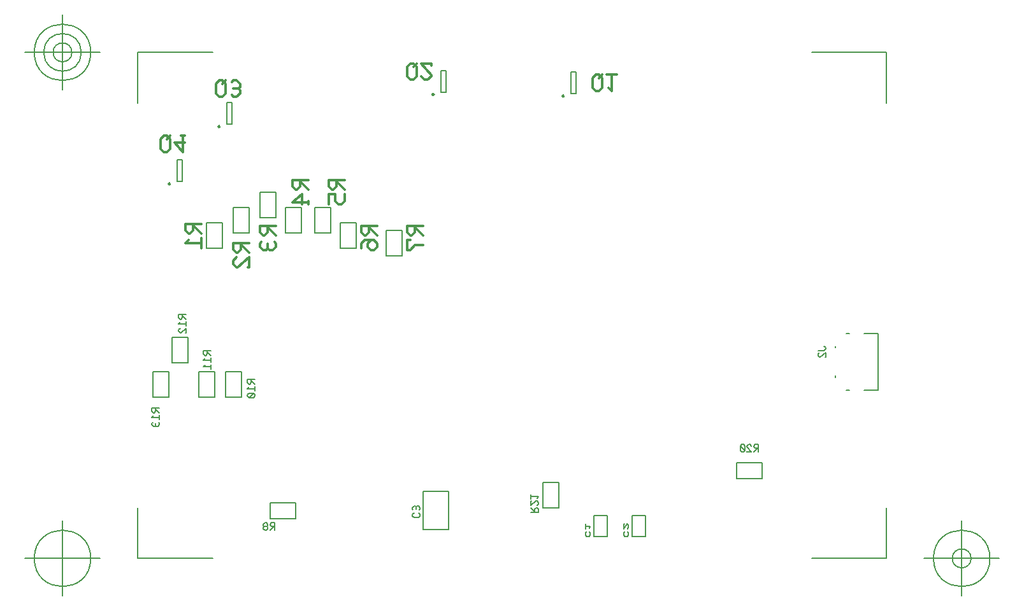
<source format=gbr>
G04 Generated by Ultiboard 14.0 *
%FSLAX34Y34*%
%MOMM*%

%ADD10C,0.0001*%
%ADD11C,0.2032*%
%ADD12C,0.3333*%
%ADD13C,0.2000*%
%ADD14C,0.2500*%
%ADD15C,0.1778*%
%ADD16C,0.1556*%
%ADD17C,0.1270*%


G04 ColorRGB FF14FF for the following layer *
%LNSilkscreen Bottom*%
%LPD*%
G54D10*
G54D11*
X46560Y339365D02*
X36560Y339365D01*
X36560Y335383D01*
X38560Y333392D01*
X39560Y333392D01*
X41560Y335383D01*
X41560Y339365D01*
X41560Y338369D02*
X46560Y333392D01*
X38560Y329410D02*
X36560Y327419D01*
X46560Y327419D01*
X46560Y330405D02*
X46560Y324432D01*
X38560Y320450D02*
X36560Y318459D01*
X46560Y318459D01*
X46560Y321446D02*
X46560Y315473D01*
X51223Y277707D02*
X51223Y311573D01*
X30057Y311573D02*
X30057Y277707D01*
X51223Y311573D02*
X30057Y311573D01*
X30057Y277707D02*
X51223Y277707D01*
X471600Y124751D02*
X481600Y124751D01*
X481600Y128733D01*
X479600Y130724D01*
X478600Y130724D01*
X476600Y128733D01*
X476600Y124751D01*
X476600Y125747D02*
X471600Y130724D01*
X479600Y133710D02*
X481600Y135701D01*
X481600Y137692D01*
X479600Y139683D01*
X478600Y139683D01*
X471600Y133710D01*
X471600Y139683D01*
X472600Y139683D01*
X479600Y143665D02*
X481600Y145656D01*
X471600Y145656D01*
X471600Y142670D02*
X471600Y148643D01*
X487257Y164253D02*
X487257Y130387D01*
X508423Y130387D02*
X508423Y164253D01*
X487257Y130387D02*
X508423Y130387D01*
X508423Y164253D02*
X487257Y164253D01*
X773705Y204900D02*
X773705Y214900D01*
X769723Y214900D01*
X767732Y212900D01*
X767732Y211900D01*
X769723Y209900D01*
X773705Y209900D01*
X772709Y209900D02*
X767732Y204900D01*
X764745Y212900D02*
X762754Y214900D01*
X760763Y214900D01*
X758772Y212900D01*
X758772Y211900D01*
X764745Y204900D01*
X758772Y204900D01*
X758772Y205900D01*
X755786Y212900D02*
X753795Y214900D01*
X751804Y214900D01*
X749813Y212900D01*
X749813Y206900D01*
X751804Y204900D01*
X753795Y204900D01*
X755786Y206900D01*
X755786Y212900D01*
X749813Y212900D02*
X755786Y206900D01*
X745067Y169417D02*
X778933Y169417D01*
X778933Y190583D02*
X745067Y190583D01*
X778933Y169417D02*
X778933Y190583D01*
X745067Y190583D02*
X745067Y169417D01*
X104980Y301265D02*
X94980Y301265D01*
X94980Y297283D01*
X96980Y295292D01*
X97980Y295292D01*
X99980Y297283D01*
X99980Y301265D01*
X99980Y300269D02*
X104980Y295292D01*
X96980Y291310D02*
X94980Y289319D01*
X104980Y289319D01*
X104980Y292305D02*
X104980Y286332D01*
X96980Y283346D02*
X94980Y281355D01*
X94980Y279364D01*
X96980Y277373D01*
X102980Y277373D01*
X104980Y279364D01*
X104980Y281355D01*
X102980Y283346D01*
X96980Y283346D01*
X96980Y277373D02*
X102980Y283346D01*
X86783Y277707D02*
X86783Y311573D01*
X65617Y311573D02*
X65617Y277707D01*
X86783Y311573D02*
X65617Y311573D01*
X65617Y277707D02*
X86783Y277707D01*
X61383Y475827D02*
X61383Y509693D01*
X40217Y509693D02*
X40217Y475827D01*
X61383Y509693D02*
X40217Y509693D01*
X40217Y475827D02*
X61383Y475827D01*
X166583Y496147D02*
X166583Y530013D01*
X145417Y530013D02*
X145417Y496147D01*
X166583Y530013D02*
X145417Y530013D01*
X145417Y496147D02*
X166583Y496147D01*
X205583Y496147D02*
X205583Y530013D01*
X184417Y530013D02*
X184417Y496147D01*
X205583Y530013D02*
X184417Y530013D01*
X184417Y496147D02*
X205583Y496147D01*
X96943Y496147D02*
X96943Y530013D01*
X75777Y530013D02*
X75777Y496147D01*
X96943Y530013D02*
X75777Y530013D01*
X75777Y496147D02*
X96943Y496147D01*
X132503Y516467D02*
X132503Y550333D01*
X111337Y550333D02*
X111337Y516467D01*
X132503Y550333D02*
X111337Y550333D01*
X111337Y516467D02*
X132503Y516467D01*
X239183Y475827D02*
X239183Y509693D01*
X218017Y509693D02*
X218017Y475827D01*
X239183Y509693D02*
X218017Y509693D01*
X218017Y475827D02*
X239183Y475827D01*
X300143Y465667D02*
X300143Y499533D01*
X278977Y499533D02*
X278977Y465667D01*
X300143Y499533D02*
X278977Y499533D01*
X278977Y465667D02*
X300143Y465667D01*
X131085Y100760D02*
X131085Y110760D01*
X127103Y110760D01*
X125112Y108760D01*
X125112Y107760D01*
X127103Y105760D01*
X131085Y105760D01*
X130089Y105760D02*
X125112Y100760D01*
X118143Y100760D02*
X120134Y100760D01*
X122125Y102760D01*
X122125Y104760D01*
X121130Y105760D01*
X122125Y106760D01*
X122125Y108760D01*
X120134Y110760D01*
X118143Y110760D01*
X116152Y108760D01*
X116152Y106760D01*
X117148Y105760D01*
X116152Y104760D01*
X116152Y102760D01*
X118143Y100760D01*
X121130Y105760D02*
X117148Y105760D01*
X125307Y116417D02*
X159173Y116417D01*
X159173Y137583D02*
X125307Y137583D01*
X159173Y116417D02*
X159173Y137583D01*
X125307Y137583D02*
X125307Y116417D01*
X545465Y99342D02*
X544195Y97084D01*
X544195Y94827D01*
X545465Y92569D01*
X549275Y92569D01*
X550545Y94827D01*
X550545Y97084D01*
X549275Y99342D01*
X549275Y103858D02*
X550545Y106116D01*
X544195Y106116D01*
X544195Y102729D02*
X544195Y109502D01*
X596265Y99342D02*
X594995Y97084D01*
X594995Y94827D01*
X596265Y92569D01*
X600075Y92569D01*
X601345Y94827D01*
X601345Y97084D01*
X600075Y99342D01*
X600075Y102729D02*
X601345Y104987D01*
X601345Y107244D01*
X600075Y109502D01*
X599440Y109502D01*
X594995Y102729D01*
X594995Y109502D01*
X595630Y109502D01*
X316120Y123808D02*
X314120Y121817D01*
X314120Y119826D01*
X316120Y117835D01*
X322120Y117835D01*
X324120Y119826D01*
X324120Y121817D01*
X322120Y123808D01*
X323120Y127790D02*
X324120Y128786D01*
X324120Y130777D01*
X322120Y132768D01*
X320120Y132768D01*
X319120Y131772D01*
X318120Y132768D01*
X316120Y132768D01*
X314120Y130777D01*
X314120Y128786D01*
X315120Y127790D01*
X319120Y128786D02*
X319120Y131772D01*
X328507Y152400D02*
X328507Y101600D01*
X362373Y101600D02*
X362373Y152400D01*
X328507Y101600D02*
X362373Y101600D01*
X362373Y152400D02*
X328507Y152400D01*
X932490Y362620D02*
X932490Y287620D01*
X914490Y362620D02*
X932490Y362620D01*
X890740Y362620D02*
X894490Y362620D01*
X876490Y343620D02*
X876490Y345620D01*
X932490Y287620D02*
X914490Y287620D01*
X890740Y287620D02*
X894490Y287620D01*
X876490Y306620D02*
X876490Y304620D01*
X13540Y387625D02*
X3540Y387625D01*
X3540Y383643D01*
X5540Y381652D01*
X6540Y381652D01*
X8540Y383643D01*
X8540Y387625D01*
X8540Y386629D02*
X13540Y381652D01*
X5540Y377670D02*
X3540Y375679D01*
X13540Y375679D01*
X13540Y378665D02*
X13540Y372692D01*
X5540Y369706D02*
X3540Y367715D01*
X3540Y365724D01*
X5540Y363733D01*
X6540Y363733D01*
X13540Y369706D01*
X13540Y363733D01*
X12540Y363733D01*
X15663Y323427D02*
X15663Y357293D01*
X-5503Y357293D02*
X-5503Y323427D01*
X15663Y357293D02*
X-5503Y357293D01*
X-5503Y323427D02*
X15663Y323427D01*
X-22020Y263165D02*
X-32020Y263165D01*
X-32020Y259183D01*
X-30020Y257192D01*
X-29020Y257192D01*
X-27020Y259183D01*
X-27020Y263165D01*
X-27020Y262169D02*
X-22020Y257192D01*
X-30020Y253210D02*
X-32020Y251219D01*
X-22020Y251219D01*
X-22020Y254205D02*
X-22020Y248232D01*
X-31020Y244250D02*
X-32020Y243255D01*
X-32020Y241264D01*
X-30020Y239273D01*
X-28020Y239273D01*
X-27020Y240268D01*
X-26020Y239273D01*
X-24020Y239273D01*
X-22020Y241264D01*
X-22020Y243255D01*
X-23020Y244250D01*
X-27020Y243255D02*
X-27020Y240268D01*
X-9737Y277707D02*
X-9737Y311573D01*
X-30903Y311573D02*
X-30903Y277707D01*
X-9737Y311573D02*
X-30903Y311573D01*
X-30903Y277707D02*
X-9737Y277707D01*
G54D12*
X33731Y508407D02*
X12303Y508407D01*
X12303Y499873D01*
X16589Y495607D01*
X18731Y495607D01*
X23017Y499873D01*
X23017Y508407D01*
X23017Y506273D02*
X33731Y495607D01*
X16589Y487073D02*
X12303Y482807D01*
X33731Y482807D01*
X33731Y489207D02*
X33731Y476407D01*
X175971Y566827D02*
X154543Y566827D01*
X154543Y558293D01*
X158829Y554027D01*
X160971Y554027D01*
X165257Y558293D01*
X165257Y566827D01*
X165257Y564693D02*
X175971Y554027D01*
X167400Y534827D02*
X167400Y547627D01*
X154543Y536960D01*
X175971Y536960D01*
X175971Y539093D02*
X175971Y534827D01*
X224231Y566827D02*
X202803Y566827D01*
X202803Y558293D01*
X207089Y554027D01*
X209231Y554027D01*
X213517Y558293D01*
X213517Y566827D01*
X213517Y564693D02*
X224231Y554027D01*
X202803Y534827D02*
X202803Y547627D01*
X211374Y547627D01*
X211374Y539093D01*
X215660Y534827D01*
X219946Y534827D01*
X224231Y539093D01*
X224231Y547627D01*
X97231Y483007D02*
X75803Y483007D01*
X75803Y474473D01*
X80089Y470207D01*
X82231Y470207D01*
X86517Y474473D01*
X86517Y483007D01*
X86517Y480873D02*
X97231Y470207D01*
X80089Y463807D02*
X75803Y459540D01*
X75803Y455273D01*
X80089Y451007D01*
X82231Y451007D01*
X97231Y463807D01*
X97231Y451007D01*
X95089Y451007D01*
X132791Y505867D02*
X111363Y505867D01*
X111363Y497333D01*
X115649Y493067D01*
X117791Y493067D01*
X122077Y497333D01*
X122077Y505867D01*
X122077Y503733D02*
X132791Y493067D01*
X113506Y484533D02*
X111363Y482400D01*
X111363Y478133D01*
X115649Y473867D01*
X119934Y473867D01*
X122077Y476000D01*
X124220Y473867D01*
X128506Y473867D01*
X132791Y478133D01*
X132791Y482400D01*
X130649Y484533D01*
X122077Y482400D02*
X122077Y476000D01*
X267411Y505867D02*
X245983Y505867D01*
X245983Y497333D01*
X250269Y493067D01*
X252411Y493067D01*
X256697Y497333D01*
X256697Y505867D01*
X256697Y503733D02*
X267411Y493067D01*
X245983Y476000D02*
X245983Y482400D01*
X250269Y486667D01*
X258840Y486667D01*
X263126Y486667D01*
X267411Y482400D01*
X267411Y478133D01*
X263126Y473867D01*
X258840Y473867D01*
X254554Y478133D01*
X254554Y482400D01*
X258840Y486667D01*
X328371Y505867D02*
X306943Y505867D01*
X306943Y497333D01*
X311229Y493067D01*
X313371Y493067D01*
X317657Y497333D01*
X317657Y505867D01*
X317657Y503733D02*
X328371Y493067D01*
X328371Y480267D02*
X317657Y480267D01*
X311229Y473867D01*
X306943Y473867D01*
X306943Y486667D01*
X311229Y486667D01*
X553313Y702546D02*
X557580Y706831D01*
X561847Y706831D01*
X566113Y702546D01*
X566113Y689689D01*
X561847Y685403D01*
X557580Y685403D01*
X553313Y689689D01*
X553313Y702546D01*
X561847Y702546D02*
X566113Y706831D01*
X574647Y689689D02*
X578913Y685403D01*
X578913Y706831D01*
X572513Y706831D02*
X585313Y706831D01*
X52933Y694926D02*
X57200Y699211D01*
X61467Y699211D01*
X65733Y694926D01*
X65733Y682069D01*
X61467Y677783D01*
X57200Y677783D01*
X52933Y682069D01*
X52933Y694926D01*
X61467Y694926D02*
X65733Y699211D01*
X74267Y679926D02*
X76400Y677783D01*
X80667Y677783D01*
X84933Y682069D01*
X84933Y686354D01*
X82800Y688497D01*
X84933Y690640D01*
X84933Y694926D01*
X80667Y699211D01*
X76400Y699211D01*
X74267Y697069D01*
X76400Y688497D02*
X82800Y688497D01*
X306933Y717286D02*
X311200Y721571D01*
X315467Y721571D01*
X319733Y717286D01*
X319733Y704429D01*
X315467Y700143D01*
X311200Y700143D01*
X306933Y704429D01*
X306933Y717286D01*
X315467Y717286D02*
X319733Y721571D01*
X326133Y704429D02*
X330400Y700143D01*
X334667Y700143D01*
X338933Y704429D01*
X338933Y706571D01*
X326133Y721571D01*
X338933Y721571D01*
X338933Y719429D01*
X-20727Y621266D02*
X-16460Y625551D01*
X-12193Y625551D01*
X-7927Y621266D01*
X-7927Y608409D01*
X-12193Y604123D01*
X-16460Y604123D01*
X-20727Y608409D01*
X-20727Y621266D01*
X-12193Y621266D02*
X-7927Y625551D01*
X11273Y616980D02*
X-1527Y616980D01*
X9140Y604123D01*
X9140Y625551D01*
X7007Y625551D02*
X11273Y625551D01*
G54D13*
X525070Y710460D02*
X531570Y710460D01*
X531570Y681460D02*
X525070Y681460D01*
X525070Y710460D01*
X531570Y710460D02*
X531570Y681460D01*
X67870Y669820D02*
X74370Y669820D01*
X74370Y640820D02*
X67870Y640820D01*
X67870Y669820D01*
X74370Y669820D02*
X74370Y640820D01*
X352350Y712500D02*
X358850Y712500D01*
X358850Y683500D02*
X352350Y683500D01*
X352350Y712500D01*
X358850Y712500D02*
X358850Y683500D01*
X1830Y593620D02*
X8330Y593620D01*
X8330Y564620D02*
X1830Y564620D01*
X1830Y593620D01*
X8330Y593620D02*
X8330Y564620D01*
G54D14*
X513070Y678460D02*
G75*
D01*
G02X513070Y678460I1250J0*
G01*
X55870Y637820D02*
G75*
D01*
G02X55870Y637820I1250J0*
G01*
X340350Y680500D02*
G75*
D01*
G02X340350Y680500I1250J0*
G01*
X-10170Y561620D02*
G75*
D01*
G02X-10170Y561620I1250J0*
G01*
G54D15*
X572770Y92710D02*
X572770Y120650D01*
X554990Y120650D02*
X554990Y92710D01*
X572770Y92710D01*
X572770Y120650D02*
X554990Y120650D01*
X623570Y92710D02*
X623570Y120650D01*
X605790Y120650D02*
X605790Y92710D01*
X623570Y92710D01*
X623570Y120650D02*
X605790Y120650D01*
G54D16*
X861240Y346084D02*
X863240Y344093D01*
X863240Y342102D01*
X861240Y340111D01*
X853240Y340111D01*
X855240Y337124D02*
X853240Y335133D01*
X853240Y333142D01*
X855240Y331151D01*
X856240Y331151D01*
X863240Y337124D01*
X863240Y331151D01*
X862240Y331151D01*
G54D17*
X-50800Y63480D02*
X-50800Y130792D01*
X-50800Y63480D02*
X48676Y63480D01*
X943963Y63480D02*
X844487Y63480D01*
X943963Y63480D02*
X943963Y130792D01*
X943963Y736600D02*
X943963Y669288D01*
X943963Y736600D02*
X844487Y736600D01*
X-50800Y736600D02*
X48676Y736600D01*
X-50800Y736600D02*
X-50800Y669288D01*
X-100800Y63480D02*
X-200800Y63480D01*
X-150800Y13480D02*
X-150800Y113480D01*
X-188300Y63480D02*
G75*
D01*
G02X-188300Y63480I37500J0*
G01*
X993963Y63480D02*
X1093963Y63480D01*
X1043963Y13480D02*
X1043963Y113480D01*
X1006463Y63480D02*
G75*
D01*
G02X1006463Y63480I37500J0*
G01*
X1031463Y63480D02*
G75*
D01*
G02X1031463Y63480I12500J0*
G01*
X-100800Y736600D02*
X-200800Y736600D01*
X-150800Y686600D02*
X-150800Y786600D01*
X-188300Y736600D02*
G75*
D01*
G02X-188300Y736600I37500J0*
G01*
X-175800Y736600D02*
G75*
D01*
G02X-175800Y736600I25000J0*
G01*
X-163300Y736600D02*
G75*
D01*
G02X-163300Y736600I12500J0*
G01*

M02*

</source>
